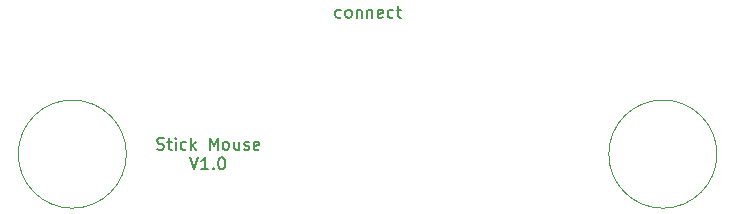
<source format=gto>
G04 #@! TF.GenerationSoftware,KiCad,Pcbnew,(5.1.5-0-10_14)*
G04 #@! TF.CreationDate,2021-02-01T23:02:05+09:00*
G04 #@! TF.ProjectId,StickMouse,53746963-6b4d-46f7-9573-652e6b696361,V1.0*
G04 #@! TF.SameCoordinates,Original*
G04 #@! TF.FileFunction,Legend,Top*
G04 #@! TF.FilePolarity,Positive*
%FSLAX46Y46*%
G04 Gerber Fmt 4.6, Leading zero omitted, Abs format (unit mm)*
G04 Created by KiCad (PCBNEW (5.1.5-0-10_14)) date 2021-02-01 23:02:05*
%MOMM*%
%LPD*%
G04 APERTURE LIST*
%ADD10C,0.150000*%
%ADD11C,0.120000*%
G04 APERTURE END LIST*
D10*
X-2261904Y11595238D02*
X-2357142Y11547619D01*
X-2547619Y11547619D01*
X-2642857Y11595238D01*
X-2690476Y11642857D01*
X-2738095Y11738095D01*
X-2738095Y12023809D01*
X-2690476Y12119047D01*
X-2642857Y12166666D01*
X-2547619Y12214285D01*
X-2357142Y12214285D01*
X-2261904Y12166666D01*
X-1690476Y11547619D02*
X-1785714Y11595238D01*
X-1833333Y11642857D01*
X-1880952Y11738095D01*
X-1880952Y12023809D01*
X-1833333Y12119047D01*
X-1785714Y12166666D01*
X-1690476Y12214285D01*
X-1547619Y12214285D01*
X-1452380Y12166666D01*
X-1404761Y12119047D01*
X-1357142Y12023809D01*
X-1357142Y11738095D01*
X-1404761Y11642857D01*
X-1452380Y11595238D01*
X-1547619Y11547619D01*
X-1690476Y11547619D01*
X-928571Y12214285D02*
X-928571Y11547619D01*
X-928571Y12119047D02*
X-880952Y12166666D01*
X-785714Y12214285D01*
X-642857Y12214285D01*
X-547619Y12166666D01*
X-499999Y12071428D01*
X-499999Y11547619D01*
X-23809Y12214285D02*
X-23809Y11547619D01*
X-23809Y12119047D02*
X23809Y12166666D01*
X119047Y12214285D01*
X261904Y12214285D01*
X357142Y12166666D01*
X404761Y12071428D01*
X404761Y11547619D01*
X1261904Y11595238D02*
X1166666Y11547619D01*
X976190Y11547619D01*
X880952Y11595238D01*
X833333Y11690476D01*
X833333Y12071428D01*
X880952Y12166666D01*
X976190Y12214285D01*
X1166666Y12214285D01*
X1261904Y12166666D01*
X1309523Y12071428D01*
X1309523Y11976190D01*
X833333Y11880952D01*
X2166666Y11595238D02*
X2071428Y11547619D01*
X1880952Y11547619D01*
X1785714Y11595238D01*
X1738095Y11642857D01*
X1690476Y11738095D01*
X1690476Y12023809D01*
X1738095Y12119047D01*
X1785714Y12166666D01*
X1880952Y12214285D01*
X2071428Y12214285D01*
X2166666Y12166666D01*
X2452380Y12214285D02*
X2833333Y12214285D01*
X2595238Y12547619D02*
X2595238Y11690476D01*
X2642857Y11595238D01*
X2738095Y11547619D01*
X2833333Y11547619D01*
X-17833333Y420238D02*
X-17690476Y372619D01*
X-17452380Y372619D01*
X-17357142Y420238D01*
X-17309523Y467857D01*
X-17261904Y563095D01*
X-17261904Y658333D01*
X-17309523Y753571D01*
X-17357142Y801190D01*
X-17452380Y848809D01*
X-17642857Y896428D01*
X-17738095Y944047D01*
X-17785714Y991666D01*
X-17833333Y1086904D01*
X-17833333Y1182142D01*
X-17785714Y1277380D01*
X-17738095Y1325000D01*
X-17642857Y1372619D01*
X-17404761Y1372619D01*
X-17261904Y1325000D01*
X-16976190Y1039285D02*
X-16595238Y1039285D01*
X-16833333Y1372619D02*
X-16833333Y515476D01*
X-16785714Y420238D01*
X-16690476Y372619D01*
X-16595238Y372619D01*
X-16261904Y372619D02*
X-16261904Y1039285D01*
X-16261904Y1372619D02*
X-16309523Y1325000D01*
X-16261904Y1277380D01*
X-16214285Y1325000D01*
X-16261904Y1372619D01*
X-16261904Y1277380D01*
X-15357142Y420238D02*
X-15452380Y372619D01*
X-15642857Y372619D01*
X-15738095Y420238D01*
X-15785714Y467857D01*
X-15833333Y563095D01*
X-15833333Y848809D01*
X-15785714Y944047D01*
X-15738095Y991666D01*
X-15642857Y1039285D01*
X-15452380Y1039285D01*
X-15357142Y991666D01*
X-14928571Y372619D02*
X-14928571Y1372619D01*
X-14833333Y753571D02*
X-14547619Y372619D01*
X-14547619Y1039285D02*
X-14928571Y658333D01*
X-13357142Y372619D02*
X-13357142Y1372619D01*
X-13023809Y658333D01*
X-12690476Y1372619D01*
X-12690476Y372619D01*
X-12071428Y372619D02*
X-12166666Y420238D01*
X-12214285Y467857D01*
X-12261904Y563095D01*
X-12261904Y848809D01*
X-12214285Y944047D01*
X-12166666Y991666D01*
X-12071428Y1039285D01*
X-11928571Y1039285D01*
X-11833333Y991666D01*
X-11785714Y944047D01*
X-11738095Y848809D01*
X-11738095Y563095D01*
X-11785714Y467857D01*
X-11833333Y420238D01*
X-11928571Y372619D01*
X-12071428Y372619D01*
X-10880952Y1039285D02*
X-10880952Y372619D01*
X-11309523Y1039285D02*
X-11309523Y515476D01*
X-11261904Y420238D01*
X-11166666Y372619D01*
X-11023809Y372619D01*
X-10928571Y420238D01*
X-10880952Y467857D01*
X-10452380Y420238D02*
X-10357142Y372619D01*
X-10166666Y372619D01*
X-10071428Y420238D01*
X-10023809Y515476D01*
X-10023809Y563095D01*
X-10071428Y658333D01*
X-10166666Y705952D01*
X-10309523Y705952D01*
X-10404761Y753571D01*
X-10452380Y848809D01*
X-10452380Y896428D01*
X-10404761Y991666D01*
X-10309523Y1039285D01*
X-10166666Y1039285D01*
X-10071428Y991666D01*
X-9214285Y420238D02*
X-9309523Y372619D01*
X-9499999Y372619D01*
X-9595238Y420238D01*
X-9642857Y515476D01*
X-9642857Y896428D01*
X-9595238Y991666D01*
X-9499999Y1039285D01*
X-9309523Y1039285D01*
X-9214285Y991666D01*
X-9166666Y896428D01*
X-9166666Y801190D01*
X-9642857Y705952D01*
X-15023809Y-277380D02*
X-14690476Y-1277380D01*
X-14357142Y-277380D01*
X-13500000Y-1277380D02*
X-14071428Y-1277380D01*
X-13785714Y-1277380D02*
X-13785714Y-277380D01*
X-13880952Y-420238D01*
X-13976190Y-515476D01*
X-14071428Y-563095D01*
X-13071428Y-1182142D02*
X-13023809Y-1229761D01*
X-13071428Y-1277380D01*
X-13119047Y-1229761D01*
X-13071428Y-1182142D01*
X-13071428Y-1277380D01*
X-12404761Y-277380D02*
X-12309523Y-277380D01*
X-12214285Y-325000D01*
X-12166666Y-372619D01*
X-12119047Y-467857D01*
X-12071428Y-658333D01*
X-12071428Y-896428D01*
X-12119047Y-1086904D01*
X-12166666Y-1182142D01*
X-12214285Y-1229761D01*
X-12309523Y-1277380D01*
X-12404761Y-1277380D01*
X-12500000Y-1229761D01*
X-12547619Y-1182142D01*
X-12595238Y-1086904D01*
X-12642857Y-896428D01*
X-12642857Y-658333D01*
X-12595238Y-467857D01*
X-12547619Y-372619D01*
X-12500000Y-325000D01*
X-12404761Y-277380D01*
D11*
X29569050Y0D02*
G75*
G03X29569050Y0I-4579050J0D01*
G01*
X-20430950Y0D02*
G75*
G03X-20430950Y0I-4579050J0D01*
G01*
M02*

</source>
